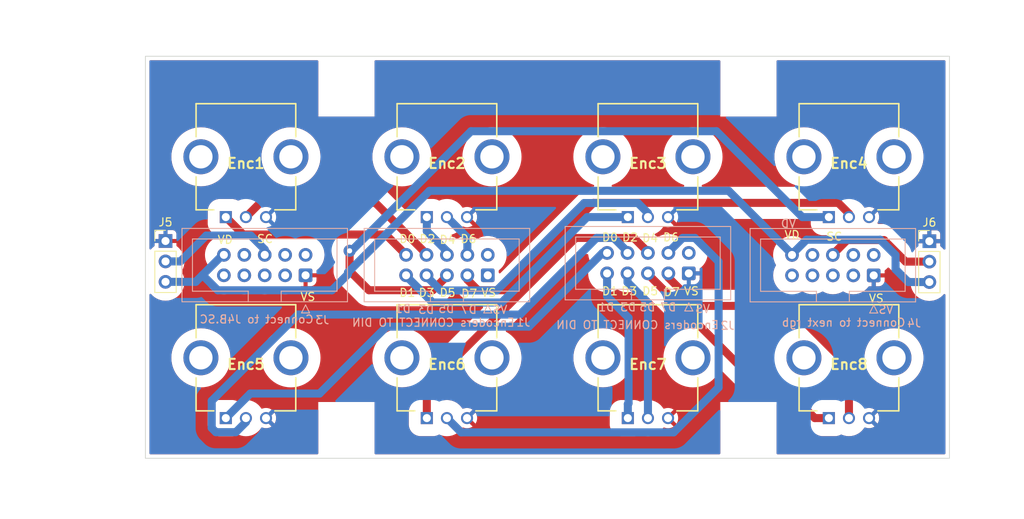
<source format=kicad_pcb>
(kicad_pcb (version 20221018) (generator pcbnew)
  (layers (0 "F.Cu" signal "Dessus.Cu") (31 "B.Cu" signal "Dessous.Cu") (34 "B.Paste" user "Dessous.Pate") (35 "F.Paste" user "Dessus.Pate") (36 "B.SilkS" user "Dessous.SilkS") (37 "F.SilkS" user "Dessus.SilkS") (38 "B.Mask" user "Dessous.Masque") (39 "F.Mask" user "Dessus.Masque") (44 "Edge.Cuts" user "Contours.Ci"))
  (net 0 "")
  (net 1 "GND")
  (net 2 "Net-(J1-D0)")
  (net 3 "Net-(J1-D2)")
  (net 4 "Net-(J1-D4)")
  (net 5 "Net-(J1-D6)")
  (net 6 "Net-(J1-D1)")
  (net 7 "Net-(J1-D3)")
  (net 8 "Net-(J1-D5)")
  (net 9 "Net-(J1-D7)")
  (net 10 "Net-(J2-D0)")
  (net 11 "Net-(J2-D2)")
  (net 12 "Net-(J2-D4)")
  (net 13 "Net-(J2-D6)")
  (net 14 "Net-(J2-D1)")
  (net 15 "Net-(J2-D3)")
  (net 16 "Net-(J2-D5)")
  (net 17 "Net-(J2-D7)")
  (net 23 "Net-(J3-SC)")
  (net 32 "Net-(J4-SC)")
  (net 35 "+5V")
  (footprint "MountingHole:MountingHole_3.2mm_M3" (layer "F.Cu") (at 87 234.55)
    (fp_text reference "H3" hide)
    (fp_text value "MountingHole" hide)
    (pad "" np_thru_hole circle (at 0 0) (size 3.2 3.2) (drill 3.2) (layers "*.Cu" "*.Mask"))
  )
  (footprint "MountingHole:MountingHole_3.2mm_M3" (layer "F.Cu") (at 87 192)
    (fp_text reference "H1" hide)
    (fp_text value "MountingHole" hide)
    (pad "" np_thru_hole circle (at 0 0) (size 3.2 3.2) (drill 3.2) (layers "*.Cu" "*.Mask"))
  )
  (footprint "ksir 2022:EC12E24204A8" (layer "F.Cu") (at 72 233)
    (fp_text reference "Enc5" (at 2.5 -6.675) (layer "F.SilkS") (effects (font (size 1.27 1.27) (thickness 0.254))))
    (fp_text value "RotaryEncoder" hide)
    (fp_line (start -3.7 -14.1) (end 8.7 -14.1) (stroke (width 0.2)) (layer "F.SilkS"))
    (fp_line (start -3.7 -10) (end -3.7 -14.1) (stroke (width 0.2)) (layer "F.SilkS"))
    (fp_line (start -3.7 -5) (end -3.7 -0.9) (stroke (width 0.2)) (layer "F.SilkS"))
    (fp_line (start -3.7 -0.9) (end -1.5 -0.9) (stroke (width 0.2)) (layer "F.SilkS"))
    (fp_line (start 6.1 -0.9) (end 8.7 -0.9) (stroke (width 0.2)) (layer "F.SilkS"))
    (fp_line (start 8.7 -14.1) (end 8.7 -10) (stroke (width 0.2)) (layer "F.SilkS"))
    (fp_line (start 8.7 -0.9) (end 8.7 -5) (stroke (width 0.2)) (layer "F.SilkS"))
    (pad "A" thru_hole rect (at 0 0) (size 1.5 1.5) (drill 1) (layers "*.Cu" "*.Mask") (net 10 "Net-(J2-D0)"))
    (pad "B" thru_hole circle (at 2.5 0) (size 1.5 1.5) (drill 1) (layers "*.Cu" "*.Mask") (net 11 "Net-(J2-D2)"))
    (pad "C" thru_hole circle (at 5 0) (size 1.5 1.5) (drill 1) (layers "*.Cu" "*.Mask") (net 1 "GND"))
    (pad "MH1" thru_hole circle (at -3.1 -7.5) (size 4.35 4.35) (drill 2.9) (layers "*.Cu" "*.Mask"))
    (pad "MH2" thru_hole circle (at 8.1 -7.5) (size 4.35 4.35) (drill 2.9) (layers "*.Cu" "*.Mask"))
  )
  (footprint "ksir 2022:EC12E24204A8" (layer "F.Cu") (at 147 208)
    (fp_text reference "Enc4" (at 2.5 -6.675) (layer "F.SilkS") (effects (font (size 1.27 1.27) (thickness 0.254))))
    (fp_text value "RotaryEncoder" hide)
    (fp_line (start -3.7 -14.1) (end 8.7 -14.1) (stroke (width 0.2)) (layer "F.SilkS"))
    (fp_line (start -3.7 -10) (end -3.7 -14.1) (stroke (width 0.2)) (layer "F.SilkS"))
    (fp_line (start -3.7 -5) (end -3.7 -0.9) (stroke (width 0.2)) (layer "F.SilkS"))
    (fp_line (start -3.7 -0.9) (end -1.5 -0.9) (stroke (width 0.2)) (layer "F.SilkS"))
    (fp_line (start 6.1 -0.9) (end 8.7 -0.9) (stroke (width 0.2)) (layer "F.SilkS"))
    (fp_line (start 8.7 -14.1) (end 8.7 -10) (stroke (width 0.2)) (layer "F.SilkS"))
    (fp_line (start 8.7 -0.9) (end 8.7 -5) (stroke (width 0.2)) (layer "F.SilkS"))
    (pad "A" thru_hole rect (at 0 0) (size 1.5 1.5) (drill 1) (layers "*.Cu" "*.Mask") (net 8 "Net-(J1-D5)"))
    (pad "B" thru_hole circle (at 2.5 0) (size 1.5 1.5) (drill 1) (layers "*.Cu" "*.Mask") (net 9 "Net-(J1-D7)"))
    (pad "C" thru_hole circle (at 5 0) (size 1.5 1.5) (drill 1) (layers "*.Cu" "*.Mask") (net 1 "GND"))
    (pad "MH1" thru_hole circle (at -3.1 -7.5) (size 4.35 4.35) (drill 2.9) (layers "*.Cu" "*.Mask"))
    (pad "MH2" thru_hole circle (at 8.1 -7.5) (size 4.35 4.35) (drill 2.9) (layers "*.Cu" "*.Mask"))
  )
  (footprint "Connector_PinHeader_2.54mm:PinHeader_1x03_P2.54mm_Vertical" (layer "F.Cu") (at 64.5 210.975)
    (fp_text reference "J5" (at 0 -2.33) (layer "F.SilkS"))
    (fp_text value "Conn_01x03")
    (fp_line (start -1.33 -1.33) (end 0 -1.33) (stroke (width 0.12)) (layer "F.SilkS"))
    (fp_line (start -1.33 0) (end -1.33 -1.33) (stroke (width 0.12)) (layer "F.SilkS"))
    (fp_line (start -1.33 1.27) (end -1.33 6.41) (stroke (width 0.12)) (layer "F.SilkS"))
    (fp_line (start -1.33 1.27) (end 1.33 1.27) (stroke (width 0.12)) (layer "F.SilkS"))
    (fp_line (start -1.33 6.41) (end 1.33 6.41) (stroke (width 0.12)) (layer "F.SilkS"))
    (fp_line (start 1.33 1.27) (end 1.33 6.41) (stroke (width 0.12)) (layer "F.SilkS"))
    (pad "1" thru_hole rect (at 0 0) (size 1.7 1.7) (drill 1) (layers "*.Cu" "*.Mask") (net 1 "GND"))
    (pad "2" thru_hole oval (at 0 2.54) (size 1.7 1.7) (drill 1) (layers "*.Cu" "*.Mask") (net 23 "Net-(J3-SC)"))
    (pad "3" thru_hole oval (at 0 5.08) (size 1.7 1.7) (drill 1) (layers "*.Cu" "*.Mask") (net 35 "+5V"))
  )
  (footprint "Connector_PinHeader_2.54mm:PinHeader_1x03_P2.54mm_Vertical" (layer "F.Cu") (at 159.5 211)
    (fp_text reference "J6" (at 0 -2.33) (layer "F.SilkS"))
    (fp_text value "Conn_01x03")
    (fp_line (start -1.33 -1.33) (end 0 -1.33) (stroke (width 0.12)) (layer "F.SilkS"))
    (fp_line (start -1.33 0) (end -1.33 -1.33) (stroke (width 0.12)) (layer "F.SilkS"))
    (fp_line (start -1.33 1.27) (end -1.33 6.41) (stroke (width 0.12)) (layer "F.SilkS"))
    (fp_line (start -1.33 1.27) (end 1.33 1.27) (stroke (width 0.12)) (layer "F.SilkS"))
    (fp_line (start -1.33 6.41) (end 1.33 6.41) (stroke (width 0.12)) (layer "F.SilkS"))
    (fp_line (start 1.33 1.27) (end 1.33 6.41) (stroke (width 0.12)) (layer "F.SilkS"))
    (pad "1" thru_hole rect (at 0 0) (size 1.7 1.7) (drill 1) (layers "*.Cu" "*.Mask") (net 1 "GND"))
    (pad "2" thru_hole oval (at 0 2.54) (size 1.7 1.7) (drill 1) (layers "*.Cu" "*.Mask") (net 32 "Net-(J4-SC)"))
    (pad "3" thru_hole oval (at 0 5.08) (size 1.7 1.7) (drill 1) (layers "*.Cu" "*.Mask") (net 35 "+5V"))
  )
  (footprint "ksir 2022:EC12E24204A8" (layer "F.Cu") (at 72 208)
    (fp_text reference "Enc1" (at 2.5 -6.675) (layer "F.SilkS") (effects (font (size 1.27 1.27) (thickness 0.254))))
    (fp_text value "RotaryEncoder" hide)
    (fp_line (start -3.7 -14.1) (end 8.7 -14.1) (stroke (width 0.2)) (layer "F.SilkS"))
    (fp_line (start -3.7 -10) (end -3.7 -14.1) (stroke (width 0.2)) (layer "F.SilkS"))
    (fp_line (start -3.7 -5) (end -3.7 -0.9) (stroke (width 0.2)) (layer "F.SilkS"))
    (fp_line (start -3.7 -0.9) (end -1.5 -0.9) (stroke (width 0.2)) (layer "F.SilkS"))
    (fp_line (start 6.1 -0.9) (end 8.7 -0.9) (stroke (width 0.2)) (layer "F.SilkS"))
    (fp_line (start 8.7 -14.1) (end 8.7 -10) (stroke (width 0.2)) (layer "F.SilkS"))
    (fp_line (start 8.7 -0.9) (end 8.7 -5) (stroke (width 0.2)) (layer "F.SilkS"))
    (pad "A" thru_hole rect (at 0 0) (size 1.5 1.5) (drill 1) (layers "*.Cu" "*.Mask") (net 2 "Net-(J1-D0)"))
    (pad "B" thru_hole circle (at 2.5 0) (size 1.5 1.5) (drill 1) (layers "*.Cu" "*.Mask") (net 3 "Net-(J1-D2)"))
    (pad "C" thru_hole circle (at 5 0) (size 1.5 1.5) (drill 1) (layers "*.Cu" "*.Mask") (net 1 "GND"))
    (pad "MH1" thru_hole circle (at -3.1 -7.5) (size 4.35 4.35) (drill 2.9) (layers "*.Cu" "*.Mask"))
    (pad "MH2" thru_hole circle (at 8.1 -7.5) (size 4.35 4.35) (drill 2.9) (layers "*.Cu" "*.Mask"))
  )
  (footprint "ksir 2022:EC12E24204A8" (layer "F.Cu") (at 147 233)
    (fp_text reference "Enc8" (at 2.5 -6.675) (layer "F.SilkS") (effects (font (size 1.27 1.27) (thickness 0.254))))
    (fp_text value "RotaryEncoder" hide)
    (fp_line (start -3.7 -14.1) (end 8.7 -14.1) (stroke (width 0.2)) (layer "F.SilkS"))
    (fp_line (start -3.7 -10) (end -3.7 -14.1) (stroke (width 0.2)) (layer "F.SilkS"))
    (fp_line (start -3.7 -5) (end -3.7 -0.9) (stroke (width 0.2)) (layer "F.SilkS"))
    (fp_line (start -3.7 -0.9) (end -1.5 -0.9) (stroke (width 0.2)) (layer "F.SilkS"))
    (fp_line (start 6.1 -0.9) (end 8.7 -0.9) (stroke (width 0.2)) (layer "F.SilkS"))
    (fp_line (start 8.7 -14.1) (end 8.7 -10) (stroke (width 0.2)) (layer "F.SilkS"))
    (fp_line (start 8.7 -0.9) (end 8.7 -5) (stroke (width 0.2)) (layer "F.SilkS"))
    (pad "A" thru_hole rect (at 0 0) (size 1.5 1.5) (drill 1) (layers "*.Cu" "*.Mask") (net 16 "Net-(J2-D5)"))
    (pad "B" thru_hole circle (at 2.5 0) (size 1.5 1.5) (drill 1) (layers "*.Cu" "*.Mask") (net 17 "Net-(J2-D7)"))
    (pad "C" thru_hole circle (at 5 0) (size 1.5 1.5) (drill 1) (layers "*.Cu" "*.Mask") (net 1 "GND"))
    (pad "MH1" thru_hole circle (at -3.1 -7.5) (size 4.35 4.35) (drill 2.9) (layers "*.Cu" "*.Mask"))
    (pad "MH2" thru_hole circle (at 8.1 -7.5) (size 4.35 4.35) (drill 2.9) (layers "*.Cu" "*.Mask"))
  )
  (footprint "MountingHole:MountingHole_3.2mm_M3" (layer "F.Cu") (at 137 234.55)
    (fp_text reference "H4" hide)
    (fp_text value "MountingHole" hide)
    (pad "" np_thru_hole circle (at 0 0) (size 3.2 3.2) (drill 3.2) (layers "*.Cu" "*.Mask"))
  )
  (footprint "ksir 2022:EC12E24204A8" (layer "F.Cu") (at 122 208)
    (fp_text reference "Enc3" (at 2.5 -6.675) (layer "F.SilkS") (effects (font (size 1.27 1.27) (thickness 0.254))))
    (fp_text value "RotaryEncoder" hide)
    (fp_line (start -3.7 -14.1) (end 8.7 -14.1) (stroke (width 0.2)) (layer "F.SilkS"))
    (fp_line (start -3.7 -10) (end -3.7 -14.1) (stroke (width 0.2)) (layer "F.SilkS"))
    (fp_line (start -3.7 -5) (end -3.7 -0.9) (stroke (width 0.2)) (layer "F.SilkS"))
    (fp_line (start -3.7 -0.9) (end -1.5 -0.9) (stroke (width 0.2)) (layer "F.SilkS"))
    (fp_line (start 6.1 -0.9) (end 8.7 -0.9) (stroke (width 0.2)) (layer "F.SilkS"))
    (fp_line (start 8.7 -14.1) (end 8.7 -10) (stroke (width 0.2)) (layer "F.SilkS"))
    (fp_line (start 8.7 -0.9) (end 8.7 -5) (stroke (width 0.2)) (layer "F.SilkS"))
    (pad "A" thru_hole rect (at 0 0) (size 1.5 1.5) (drill 1) (layers "*.Cu" "*.Mask") (net 6 "Net-(J1-D1)"))
    (pad "B" thru_hole circle (at 2.5 0) (size 1.5 1.5) (drill 1) (layers "*.Cu" "*.Mask") (net 7 "Net-(J1-D3)"))
    (pad "C" thru_hole circle (at 5 0) (size 1.5 1.5) (drill 1) (layers "*.Cu" "*.Mask") (net 1 "GND"))
    (pad "MH1" thru_hole circle (at -3.1 -7.5) (size 4.35 4.35) (drill 2.9) (layers "*.Cu" "*.Mask"))
    (pad "MH2" thru_hole circle (at 8.1 -7.5) (size 4.35 4.35) (drill 2.9) (layers "*.Cu" "*.Mask"))
  )
  (footprint "MountingHole:MountingHole_3.2mm_M3" (layer "F.Cu") (at 137 192.05)
    (fp_text reference "H2" hide)
    (fp_text value "MountingHole" hide)
    (pad "" np_thru_hole circle (at 0 0) (size 3.2 3.2) (drill 3.2) (layers "*.Cu" "*.Mask"))
  )
  (footprint "ksir 2022:EC12E24204A8" (layer "F.Cu") (at 97 233)
    (fp_text reference "Enc6" (at 2.5 -6.675) (layer "F.SilkS") (effects (font (size 1.27 1.27) (thickness 0.254))))
    (fp_text value "RotaryEncoder" hide)
    (fp_line (start -3.7 -14.1) (end 8.7 -14.1) (stroke (width 0.2)) (layer "F.SilkS"))
    (fp_line (start -3.7 -10) (end -3.7 -14.1) (stroke (width 0.2)) (layer "F.SilkS"))
    (fp_line (start -3.7 -5) (end -3.7 -0.9) (stroke (width 0.2)) (layer "F.SilkS"))
    (fp_line (start -3.7 -0.9) (end -1.5 -0.9) (stroke (width 0.2)) (layer "F.SilkS"))
    (fp_line (start 6.1 -0.9) (end 8.7 -0.9) (stroke (width 0.2)) (layer "F.SilkS"))
    (fp_line (start 8.7 -14.1) (end 8.7 -10) (stroke (width 0.2)) (layer "F.SilkS"))
    (fp_line (start 8.7 -0.9) (end 8.7 -5) (stroke (width 0.2)) (layer "F.SilkS"))
    (pad "A" thru_hole rect (at 0 0) (size 1.5 1.5) (drill 1) (layers "*.Cu" "*.Mask") (net 12 "Net-(J2-D4)"))
    (pad "B" thru_hole circle (at 2.5 0) (size 1.5 1.5) (drill 1) (layers "*.Cu" "*.Mask") (net 13 "Net-(J2-D6)"))
    (pad "C" thru_hole circle (at 5 0) (size 1.5 1.5) (drill 1) (layers "*.Cu" "*.Mask") (net 1 "GND"))
    (pad "MH1" thru_hole circle (at -3.1 -7.5) (size 4.35 4.35) (drill 2.9) (layers "*.Cu" "*.Mask"))
    (pad "MH2" thru_hole circle (at 8.1 -7.5) (size 4.35 4.35) (drill 2.9) (layers "*.Cu" "*.Mask"))
  )
  (footprint "ksir 2022:EC12E24204A8" (layer "F.Cu") (at 97 208)
    (fp_text reference "Enc2" (at 2.5 -6.675) (layer "F.SilkS") (effects (font (size 1.27 1.27) (thickness 0.254))))
    (fp_text value "RotaryEncoder" hide)
    (fp_line (start -3.7 -14.1) (end 8.7 -14.1) (stroke (width 0.2)) (layer "F.SilkS"))
    (fp_line (start -3.7 -10) (end -3.7 -14.1) (stroke (width 0.2)) (layer "F.SilkS"))
    (fp_line (start -3.7 -5) (end -3.7 -0.9) (stroke (width 0.2)) (layer "F.SilkS"))
    (fp_line (start -3.7 -0.9) (end -1.5 -0.9) (stroke (width 0.2)) (layer "F.SilkS"))
    (fp_line (start 6.1 -0.9) (end 8.7 -0.9) (stroke (width 0.2)) (layer "F.SilkS"))
    (fp_line (start 8.7 -14.1) (end 8.7 -10) (stroke (width 0.2)) (layer "F.SilkS"))
    (fp_line (start 8.7 -0.9) (end 8.7 -5) (stroke (width 0.2)) (layer "F.SilkS"))
    (pad "A" thru_hole rect (at 0 0) (size 1.5 1.5) (drill 1) (layers "*.Cu" "*.Mask") (net 4 "Net-(J1-D4)"))
    (pad "B" thru_hole circle (at 2.5 0) (size 1.5 1.5) (drill 1) (layers "*.Cu" "*.Mask") (net 5 "Net-(J1-D6)"))
    (pad "C" thru_hole circle (at 5 0) (size 1.5 1.5) (drill 1) (layers "*.Cu" "*.Mask") (net 1 "GND"))
    (pad "MH1" thru_hole circle (at -3.1 -7.5) (size 4.35 4.35) (drill 2.9) (layers "*.Cu" "*.Mask"))
    (pad "MH2" thru_hole circle (at 8.1 -7.5) (size 4.35 4.35) (drill 2.9) (layers "*.Cu" "*.Mask"))
  )
  (footprint "ksir 2022:EC12E24204A8" (layer "F.Cu") (at 122 233)
    (fp_text reference "Enc7" (at 2.5 -6.675) (layer "F.SilkS") (effects (font (size 1.27 1.27) (thickness 0.254))))
    (fp_text value "RotaryEncoder" hide)
    (fp_line (start -3.7 -14.1) (end 8.7 -14.1) (stroke (width 0.2)) (layer "F.SilkS"))
    (fp_line (start -3.7 -10) (end -3.7 -14.1) (stroke (width 0.2)) (layer "F.SilkS"))
    (fp_line (start -3.7 -5) (end -3.7 -0.9) (stroke (width 0.2)) (layer "F.SilkS"))
    (fp_line (start -3.7 -0.9) (end -1.5 -0.9) (stroke (width 0.2)) (layer "F.SilkS"))
    (fp_line (start 6.1 -0.9) (end 8.7 -0.9) (stroke (width 0.2)) (layer "F.SilkS"))
    (fp_line (start 8.7 -14.1) (end 8.7 -10) (stroke (width 0.2)) (layer "F.SilkS"))
    (fp_line (start 8.7 -0.9) (end 8.7 -5) (stroke (width 0.2)) (layer "F.SilkS"))
    (pad "A" thru_hole rect (at 0 0) (size 1.5 1.5) (drill 1) (layers "*.Cu" "*.Mask") (net 14 "Net-(J2-D1)"))
    (pad "B" thru_hole circle (at 2.5 0) (size 1.5 1.5) (drill 1) (layers "*.Cu" "*.Mask") (net 15 "Net-(J2-D3)"))
    (pad "C" thru_hole circle (at 5 0) (size 1.5 1.5) (drill 1) (layers "*.Cu" "*.Mask") (net 1 "GND"))
    (pad "MH1" thru_hole circle (at -3.1 -7.5) (size 4.35 4.35) (drill 2.9) (layers "*.Cu" "*.Mask"))
    (pad "MH2" thru_hole circle (at 8.1 -7.5) (size 4.35 4.35) (drill 2.9) (layers "*.Cu" "*.Mask"))
  )
  (footprint "Connector_IDC:IDC-Header_2x05_P2.54mm_Vertical" (layer "B.Cu") (at 152.58 215.2525 90)
    (fp_text reference "J4" (at -5.9475 5.02 180) (layer "B.SilkS") (effects (justify mirror)))
    (fp_text value "IDC-Header_2x05_P2.54mm_Vertical")
    (fp_line (start -4.68 -0.5) (end -3.68 0) (stroke (width 0.12)) (layer "B.SilkS"))
    (fp_line (start -4.68 0.5) (end -4.68 -0.5) (stroke (width 0.12)) (layer "B.SilkS"))
    (fp_line (start -3.68 0) (end -4.68 0.5) (stroke (width 0.12)) (layer "B.SilkS"))
    (fp_line (start -3.29 -15.37) (end -3.29 5.21) (stroke (width 0.12)) (layer "B.SilkS"))
    (fp_line (start -3.29 -3.03) (end -1.98 -3.03) (stroke (width 0.12)) (layer "B.SilkS"))
    (fp_line (start -3.29 5.21) (end 5.83 5.21) (stroke (width 0.12)) (layer "B.SilkS"))
    (fp_line (start -1.98 -14.07) (end -1.98 -7.13) (stroke (width 0.12)) (layer "B.SilkS"))
    (fp_line (start -1.98 -7.13) (end -3.29 -7.13) (stroke (width 0.12)) (layer "B.SilkS"))
    (fp_line (start -1.98 -7.13) (end -1.98 -7.13) (stroke (width 0.12)) (layer "B.SilkS"))
    (fp_line (start -1.98 -3.03) (end -1.98 3.91) (stroke (width 0.12)) (layer "B.SilkS"))
    (fp_line (start -1.98 3.91) (end 4.52 3.91) (stroke (width 0.12)) (layer "B.SilkS"))
    (fp_line (start 4.52 -14.07) (end -1.98 -14.07) (stroke (width 0.12)) (layer "B.SilkS"))
    (fp_line (start 4.52 3.91) (end 4.52 -14.07) (stroke (width 0.12)) (layer "B.SilkS"))
    (fp_line (start 5.83 -15.37) (end -3.29 -15.37) (stroke (width 0.12)) (layer "B.SilkS"))
    (fp_line (start 5.83 5.21) (end 5.83 -15.37) (stroke (width 0.12)) (layer "B.SilkS"))
    (pad "1" thru_hole roundrect (at 0 0 90) (size 1.7 1.7) (drill 1) (layers "*.Cu" "*.Mask") (roundrect_rratio 0.147059) (net 1 "GND"))
    (pad "2" thru_hole circle (at 2.54 0 90) (size 1.7 1.7) (drill 1) (layers "*.Cu" "*.Mask"))
    (pad "3" thru_hole circle (at 0 -2.54 90) (size 1.7 1.7) (drill 1) (layers "*.Cu" "*.Mask"))
    (pad "4" thru_hole circle (at 2.54 -2.54 90) (size 1.7 1.7) (drill 1) (layers "*.Cu" "*.Mask"))
    (pad "5" thru_hole circle (at 0 -5.08 90) (size 1.7 1.7) (drill 1) (layers "*.Cu" "*.Mask"))
    (pad "6" thru_hole circle (at 2.54 -5.08 90) (size 1.7 1.7) (drill 1) (layers "*.Cu" "*.Mask") (net 32 "Net-(J4-SC)"))
    (pad "7" thru_hole circle (at 0 -7.62 90) (size 1.7 1.7) (drill 1) (layers "*.Cu" "*.Mask"))
    (pad "8" thru_hole circle (at 2.54 -7.62 90) (size 1.7 1.7) (drill 1) (layers "*.Cu" "*.Mask"))
    (pad "9" thru_hole circle (at 0 -10.16 90) (size 1.7 1.7) (drill 1) (layers "*.Cu" "*.Mask"))
    (pad "10" thru_hole circle (at 2.54 -10.16 90) (size 1.7 1.7) (drill 1) (layers "*.Cu" "*.Mask") (net 35 "+5V"))
  )
  (footprint "Connector_IDC:IDC-Header_2x05_P2.54mm_Vertical" (layer "B.Cu") (at 129.58 215 90)
    (fp_text reference "J2" (at -6.5 4.82 180) (layer "B.SilkS") (effects (justify mirror)))
    (fp_text value "IDC-Header_2x05_P2.54mm_Vertical")
    (fp_line (start -4.68 -0.5) (end -3.68 0) (stroke (width 0.12)) (layer "B.SilkS"))
    (fp_line (start -4.68 0.5) (end -4.68 -0.5) (stroke (width 0.12)) (layer "B.SilkS"))
    (fp_line (start -3.68 0) (end -4.68 0.5) (stroke (width 0.12)) (layer "B.SilkS"))
    (fp_line (start -3.29 -15.37) (end -3.29 5.21) (stroke (width 0.12)) (layer "B.SilkS"))
    (fp_line (start -3.29 -3.03) (end -1.98 -3.03) (stroke (width 0.12)) (layer "B.SilkS"))
    (fp_line (start -3.29 5.21) (end 5.83 5.21) (stroke (width 0.12)) (layer "B.SilkS"))
    (fp_line (start -1.98 -14.07) (end -1.98 -7.13) (stroke (width 0.12)) (layer "B.SilkS"))
    (fp_line (start -1.98 -7.13) (end -3.29 -7.13) (stroke (width 0.12)) (layer "B.SilkS"))
    (fp_line (start -1.98 -7.13) (end -1.98 -7.13) (stroke (width 0.12)) (layer "B.SilkS"))
    (fp_line (start -1.98 -3.03) (end -1.98 3.91) (stroke (width 0.12)) (layer "B.SilkS"))
    (fp_line (start -1.98 3.91) (end 4.52 3.91) (stroke (width 0.12)) (layer "B.SilkS"))
    (fp_line (start 4.52 -14.07) (end -1.98 -14.07) (stroke (width 0.12)) (layer "B.SilkS"))
    (fp_line (start 4.52 3.91) (end 4.52 -14.07) (stroke (width 0.12)) (layer "B.SilkS"))
    (fp_line (start 5.83 -15.37) (end -3.29 -15.37) (stroke (width 0.12)) (layer "B.SilkS"))
    (fp_line (start 5.83 5.21) (end 5.83 -15.37) (stroke (width 0.12)) (layer "B.SilkS"))
    (pad "1" thru_hole roundrect (at 0 0 90) (size 1.7 1.7) (drill 1) (layers "*.Cu" "*.Mask") (roundrect_rratio 0.147059) (net 1 "GND"))
    (pad "2" thru_hole circle (at 2.54 0 90) (size 1.7 1.7) (drill 1) (layers "*.Cu" "*.Mask"))
    (pad "3" thru_hole circle (at 0 -2.54 90) (size 1.7 1.7) (drill 1) (layers "*.Cu" "*.Mask") (net 17 "Net-(J2-D7)"))
    (pad "4" thru_hole circle (at 2.54 -2.54 90) (size 1.7 1.7) (drill 1) (layers "*.Cu" "*.Mask") (net 13 "Net-(J2-D6)"))
    (pad "5" thru_hole circle (at 0 -5.08 90) (size 1.7 1.7) (drill 1) (layers "*.Cu" "*.Mask") (net 16 "Net-(J2-D5)"))
    (pad "6" thru_hole circle (at 2.54 -5.08 90) (size 1.7 1.7) (drill 1) (layers "*.Cu" "*.Mask") (net 12 "Net-(J2-D4)"))
    (pad "7" thru_hole circle (at 0 -7.62 90) (size 1.7 1.7) (drill 1) (layers "*.Cu" "*.Mask") (net 15 "Net-(J2-D3)"))
    (pad "8" thru_hole circle (at 2.54 -7.62 90) (size 1.7 1.7) (drill 1) (layers "*.Cu" "*.Mask") (net 11 "Net-(J2-D2)"))
    (pad "9" thru_hole circle (at 0 -10.16 90) (size 1.7 1.7) (drill 1) (layers "*.Cu" "*.Mask") (net 14 "Net-(J2-D1)"))
    (pad "10" thru_hole circle (at 2.54 -10.16 90) (size 1.7 1.7) (drill 1) (layers "*.Cu" "*.Mask") (net 10 "Net-(J2-D0)"))
  )
  (footprint "Connector_IDC:IDC-Header_2x05_P2.54mm_Vertical" (layer "B.Cu") (at 104.58 215.24 90)
    (fp_text reference "J1" (at -5.86 4.42 180) (layer "B.SilkS") (effects (justify mirror)))
    (fp_text value "IDC-Header_2x05_P2.54mm_Vertical")
    (fp_line (start -4.68 -0.5) (end -3.68 0) (stroke (width 0.12)) (layer "B.SilkS"))
    (fp_line (start -4.68 0.5) (end -4.68 -0.5) (stroke (width 0.12)) (layer "B.SilkS"))
    (fp_line (start -3.68 0) (end -4.68 0.5) (stroke (width 0.12)) (layer "B.SilkS"))
    (fp_line (start -3.29 -15.37) (end -3.29 5.21) (stroke (width 0.12)) (layer "B.SilkS"))
    (fp_line (start -3.29 -3.03) (end -1.98 -3.03) (stroke (width 0.12)) (layer "B.SilkS"))
    (fp_line (start -3.29 5.21) (end 5.83 5.21) (stroke (width 0.12)) (layer "B.SilkS"))
    (fp_line (start -1.98 -14.07) (end -1.98 -7.13) (stroke (width 0.12)) (layer "B.SilkS"))
    (fp_line (start -1.98 -7.13) (end -3.29 -7.13) (stroke (width 0.12)) (layer "B.SilkS"))
    (fp_line (start -1.98 -7.13) (end -1.98 -7.13) (stroke (width 0.12)) (layer "B.SilkS"))
    (fp_line (start -1.98 -3.03) (end -1.98 3.91) (stroke (width 0.12)) (layer "B.SilkS"))
    (fp_line (start -1.98 3.91) (end 4.52 3.91) (stroke (width 0.12)) (layer "B.SilkS"))
    (fp_line (start 4.52 -14.07) (end -1.98 -14.07) (stroke (width 0.12)) (layer "B.SilkS"))
    (fp_line (start 4.52 3.91) (end 4.52 -14.07) (stroke (width 0.12)) (layer "B.SilkS"))
    (fp_line (start 5.83 -15.37) (end -3.29 -15.37) (stroke (width 0.12)) (layer "B.SilkS"))
    (fp_line (start 5.83 5.21) (end 5.83 -15.37) (stroke (width 0.12)) (layer "B.SilkS"))
    (pad "1" thru_hole roundrect (at 0 0 90) (size 1.7 1.7) (drill 1) (layers "*.Cu" "*.Mask") (roundrect_rratio 0.147059) (net 1 "GND"))
    (pad "2" thru_hole circle (at 2.54 0 90) (size 1.7 1.7) (drill 1) (layers "*.Cu" "*.Mask"))
    (pad "3" thru_hole circle (at 0 -2.54 90) (size 1.7 1.7) (drill 1) (layers "*.Cu" "*.Mask") (net 9 "Net-(J1-D7)"))
    (pad "4" thru_hole circle (at 2.54 -2.54 90) (size 1.7 1.7) (drill 1) (layers "*.Cu" "*.Mask") (net 5 "Net-(J1-D6)"))
    (pad "5" thru_hole circle (at 0 -5.08 90) (size 1.7 1.7) (drill 1) (layers "*.Cu" "*.Mask") (net 8 "Net-(J1-D5)"))
    (pad "6" thru_hole circle (at 2.54 -5.08 90) (size 1.7 1.7) (drill 1) (layers "*.Cu" "*.Mask") (net 4 "Net-(J1-D4)"))
    (pad "7" thru_hole circle (at 0 -7.62 90) (size 1.7 1.7) (drill 1) (layers "*.Cu" "*.Mask") (net 7 "Net-(J1-D3)"))
    (pad "8" thru_hole circle (at 2.54 -7.62 90) (size 1.7 1.7) (drill 1) (layers "*.Cu" "*.Mask") (net 3 "Net-(J1-D2)"))
    (pad "9" thru_hole circle (at 0 -10.16 90) (size 1.7 1.7) (drill 1) (layers "*.Cu" "*.Mask") (net 6 "Net-(J1-D1)"))
    (pad "10" thru_hole circle (at 2.54 -10.16 90) (size 1.7 1.7) (drill 1) (layers "*.Cu" "*.Mask") (net 2 "Net-(J1-D0)"))
  )
  (footprint "Connector_IDC:IDC-Header_2x05_P2.54mm_Vertical" (layer "B.Cu") (at 81.92 215.24 90)
    (fp_text reference "J3" (at -5.56 2.08 180) (layer "B.SilkS") (effects (justify mirror)))
    (fp_text value "IDC-Header_2x05_P2.54mm_Vertical")
    (fp_line (start -4.68 -0.5) (end -3.68 0) (stroke (width 0.12)) (layer "B.SilkS"))
    (fp_line (start -4.68 0.5) (end -4.68 -0.5) (stroke (width 0.12)) (layer "B.SilkS"))
    (fp_line (start -3.68 0) (end -4.68 0.5) (stroke (width 0.12)) (layer "B.SilkS"))
    (fp_line (start -3.29 -15.37) (end -3.29 5.21) (stroke (width 0.12)) (layer "B.SilkS"))
    (fp_line (start -3.29 -3.03) (end -1.98 -3.03) (stroke (width 0.12)) (layer "B.SilkS"))
    (fp_line (start -3.29 5.21) (end 5.83 5.21) (stroke (width 0.12)) (layer "B.SilkS"))
    (fp_line (start -1.98 -14.07) (end -1.98 -7.13) (stroke (width 0.12)) (layer "B.SilkS"))
    (fp_line (start -1.98 -7.13) (end -3.29 -7.13) (stroke (width 0.12)) (layer "B.SilkS"))
    (fp_line (start -1.98 -7.13) (end -1.98 -7.13) (stroke (width 0.12)) (layer "B.SilkS"))
    (fp_line (start -1.98 -3.03) (end -1.98 3.91) (stroke (width 0.12)) (layer "B.SilkS"))
    (fp_line (start -1.98 3.91) (end 4.52 3.91) (stroke (width 0.12)) (layer "B.SilkS"))
    (fp_line (start 4.52 -14.07) (end -1.98 -14.07) (stroke (width 0.12)) (layer "B.SilkS"))
    (fp_line (start 4.52 3.91) (end 4.52 -14.07) (stroke (width 0.12)) (layer "B.SilkS"))
    (fp_line (start 5.83 -15.37) (end -3.29 -15.37) (stroke (width 0.12)) (layer "B.SilkS"))
    (fp_line (start 5.83 5.21) (end 5.83 -15.37) (stroke (width 0.12)) (layer "B.SilkS"))
    (pad "1" thru_hole roundrect (at 0 0 90) (size 1.7 1.7) (drill 1) (layers "*.Cu" "*.Mask") (roundrect_rratio 0.147059) (net 1 "GND"))
    (pad "2" thru_hole circle (at 2.54 0 90) (size 1.7 1.7) (drill 1) (layers "*.Cu" "*.Mask"))
    (pad "3" thru_hole circle (at 0 -2.54 90) (size 1.7 1.7) (drill 1) (layers "*.Cu" "*.Mask"))
    (pad "4" thru_hole circle (at 2.54 -2.54 90) (size 1.7 1.7) (drill 1) (layers "*.Cu" "*.Mask"))
    (pad "5" thru_hole circle (at 0 -5.08 90) (size 1.7 1.7) (drill 1) (layers "*.Cu" "*.Mask"))
    (pad "6" thru_hole circle (at 2.54 -5.08 90) (size 1.7 1.7) (drill 1) (layers "*.Cu" "*.Mask") (net 23 "Net-(J3-SC)"))
    (pad "7" thru_hole circle (at 0 -7.62 90) (size 1.7 1.7) (drill 1) (layers "*.Cu" "*.Mask"))
    (pad "8" thru_hole circle (at 2.54 -7.62 90) (size 1.7 1.7) (drill 1) (layers "*.Cu" "*.Mask"))
    (pad "9" thru_hole circle (at 0 -10.16 90) (size 1.7 1.7) (drill 1) (layers "*.Cu" "*.Mask"))
    (pad "10" thru_hole circle (at 2.54 -10.16 90) (size 1.7 1.7) (drill 1) (layers "*.Cu" "*.Mask") (net 35 "+5V"))
  )
  (gr_poly (pts (xy 162 238) (xy 62 238) (xy 62 188) (xy 162 188)) (stroke (width 0.1)) (fill none) (layer "Edge.Cuts"))
  (gr_text "VS" (at 132.3 220) (layer "B.SilkS") (effects (font (size 1 1)) (justify left bottom mirror)))
  (gr_text "D7" (at 128.1 219.8) (layer "B.SilkS") (effects (font (size 1 1)) (justify left bottom mirror)))
  (gr_text "VS" (at 107.1 220.1) (layer "B.SilkS") (effects (font (size 1 1)) (justify left bottom mirror)))
  (gr_text "D5" (at 100.5 220) (layer "B.SilkS") (effects (font (size 1 1)) (justify left bottom mirror)))
  (gr_text "D5" (at 125.5 219.8) (layer "B.SilkS") (effects (font (size 1 1)) (justify left bottom mirror)))
  (gr_text "D1" (at 95.1 220) (layer "B.SilkS") (effects (font (size 1 1)) (justify left bottom mirror)))
  (gr_text "Encoders CONNECT TO DIN" (at 108 221.7) (layer "B.SilkS") (effects (font (size 1 1)) (justify left bottom mirror)))
  (gr_text "Connect to next rgb" (at 156.6 221.7) (layer "B.SilkS") (effects (font (size 1 1)) (justify left bottom mirror)))
  (gr_text "D1" (at 120.4 219.8) (layer "B.SilkS") (effects (font (size 1 1)) (justify left bottom mirror)))
  (gr_text "VS" (at 155.1 220.1) (layer "B.SilkS") (effects (font (size 1 1)) (justify left bottom mirror)))
  (gr_text "D7" (at 103.3 220.1) (layer "B.SilkS") (effects (font (size 1 1)) (justify left bottom mirror)))
  (gr_text "Encoders CONNECT TO DIN" (at 133.4 222) (layer "B.SilkS") (effects (font (size 1 1)) (justify left bottom mirror)))
  (gr_text "D3" (at 123.1 219.8) (layer "B.SilkS") (effects (font (size 1 1)) (justify left bottom mirror)))
  (gr_text "VD" (at 143 209.4) (layer "B.SilkS") (effects (font (size 1 1)) (justify left bottom mirror)))
  (gr_text "D3" (at 98 220.1) (layer "B.SilkS") (effects (font (size 1 1)) (justify left bottom mirror)))
  (gr_text "Connect to J4B.SC" (at 83 221.3) (layer "B.SilkS") (effects (font (size 1 1)) (justify left bottom mirror)))
  (gr_text "D5" (at 98.5 218) (layer "F.SilkS") (effects (font (size 1 1)) (justify left bottom)))
  (gr_text "D7" (at 126.4 217.9) (layer "F.SilkS") (effects (font (size 1 1)) (justify left bottom)))
  (gr_text "D0" (at 93.5 211.3) (layer "F.SilkS") (effects (font (size 1 1)) (justify left bottom)))
  (gr_text "VD" (at 70.9 211.4) (layer "F.SilkS") (effects (font (size 1 1)) (justify left bottom)))
  (gr_text "D4" (at 98.5 211.4) (layer "F.SilkS") (effects (font (size 1 1)) (justify left bottom)))
  (gr_text "SC" (at 75.8 211.3) (layer "F.SilkS") (effects (font (size 1 1)) (justify left bottom)))
  (gr_text "D1" (at 93.5 218) (layer "F.SilkS") (effects (font (size 1 1)) (justify left bottom)))
  (gr_text "D3" (at 121.1 217.8) (layer "F.SilkS") (effects (font (size 1 1)) (justify left bottom)))
  (gr_text "D2" (at 96 211.3) (layer "F.SilkS") (effects (font (size 1 1)) (justify left bottom)))
  (gr_text "D4" (at 123.7 211.2) (layer "F.SilkS") (effects (font (size 1 1)) (justify left bottom)))
  (gr_text "SC" (at 146.6 211) (layer "F.SilkS") (effects (font (size 1 1)) (justify left bottom)))
  (gr_text "D6" (at 101.1 211.3) (layer "F.SilkS") (effects (font (size 1 1)) (justify left bottom)))
  (gr_text "D2" (at 121.2 211.1) (layer "F.SilkS") (effects (font (size 1 1)) (justify left bottom)))
  (gr_text "VS" (at 103.7 218) (layer "F.SilkS") (effects (font (size 1 1)) (justify left bottom)))
  (gr_text "D0" (at 118.7 211.1) (layer "F.SilkS") (effects (font (size 1 1)) (justify left bottom)))
  (gr_text "VS" (at 151.9 218.7) (layer "F.SilkS") (effects (font (size 1 1)) (justify left bottom)))
  (gr_text "VS" (at 128.9 217.8) (layer "F.SilkS") (effects (font (size 1 1)) (justify left bottom)))
  (gr_text "D3" (at 95.9 218) (layer "F.SilkS") (effects (font (size 1 1)) (justify left bottom)))
  (gr_text "D6" (at 126.3 211.1) (layer "F.SilkS") (effects (font (size 1 1)) (justify left bottom)))
  (gr_text "VD" (at 141.4 210.8) (layer "F.SilkS") (effects (font (size 1 1)) (justify left bottom)))
  (gr_text "VS" (at 81.2 218.5) (layer "F.SilkS") (effects (font (size 1 1)) (justify left bottom)))
  (gr_text "D1" (at 118.7 217.8) (layer "F.SilkS") (effects (font (size 1 1)) (justify left bottom)))
  (gr_text "D5" (at 123.7 217.8) (layer "F.SilkS") (effects (font (size 1 1)) (justify left bottom)))
  (gr_text "D7" (at 101.2 218.1) (layer "F.SilkS") (effects (font (size 1 1)) (justify left bottom)))
  (segment (start 94.42 212.7) (end 91.8877 210.1677) (width 1) (layer "F.Cu") (net 2))
  (segment (start 91.8877 210.1677) (end 74.1677 210.1677) (width 1) (layer "F.Cu") (net 2))
  (segment (start 74.1677 210.1677) (end 72 208) (width 1) (layer "F.Cu") (net 2))
  (segment (start 76.28 206.22) (end 74.5 208) (width 1) (layer "F.Cu") (net 3))
  (segment (start 90.5941 206.22) (end 76.28 206.22) (width 1) (layer "F.Cu") (net 3))
  (segment (start 96.96 212.5859) (end 90.5941 206.22) (width 1) (layer "F.Cu") (net 3))
  (segment (start 96.96 212.7) (end 96.96 212.5859) (width 1) (layer "F.Cu") (net 3))
  (segment (start 99.5 212.2501) (end 97 209.7501) (width 1) (layer "B.Cu") (net 4))
  (segment (start 99.5 212.7) (end 99.5 212.2501) (width 1) (layer "B.Cu") (net 4))
  (segment (start 97 208) (end 97 209.7501) (width 1) (layer "B.Cu") (net 4))
  (segment (start 102.04 212.7) (end 102.04 210.54) (width 1) (layer "B.Cu") (net 5))
  (segment (start 102.04 210.54) (end 99.5 208) (width 1) (layer "B.Cu") (net 5))
  (segment (start 94.42 215.24) (end 94.42 215.3212) (width 1) (layer "B.Cu") (net 6))
  (segment (start 106.3193 218.6257) (end 116.945 208) (width 1) (layer "B.Cu") (net 6))
  (segment (start 94.42 215.3212) (end 97.7245 218.6257) (width 1) (layer "B.Cu") (net 6))
  (segment (start 97.7245 218.6257) (end 106.3193 218.6257) (width 1) (layer "B.Cu") (net 6))
  (segment (start 116.945 208) (end 122 208) (width 1) (layer "B.Cu") (net 6))
  (segment (start 96.96 215.3649) (end 98.7206 217.1255) (width 1) (layer "B.Cu") (net 7))
  (segment (start 116.5735 206.2498) (end 123.25 206.2498) (width 1) (layer "B.Cu") (net 7))
  (segment (start 98.7206 217.1255) (end 105.6978 217.1255) (width 1) (layer "B.Cu") (net 7))
  (segment (start 123.25 206.2498) (end 124.5 207.4998) (width 1) (layer "B.Cu") (net 7))
  (segment (start 96.96 215.24) (end 96.96 215.3649) (width 1) (layer "B.Cu") (net 7))
  (segment (start 124.5 207.4998) (end 124.5 208) (width 1) (layer "B.Cu") (net 7))
  (segment (start 105.6978 217.1255) (end 116.5735 206.2498) (width 1) (layer "B.Cu") (net 7))
  (segment (start 87.396516 212.196516) (end 87.396516 214.696516) (width 1) (layer "F.Cu") (net 8))
  (segment (start 99.5 215.344) (end 99.5 215.24) (width 1) (layer "F.Cu") (net 8))
  (segment (start 97.748 217.096) (end 99.5 215.344) (width 1) (layer "F.Cu") (net 8))
  (segment (start 87.396516 214.696516) (end 89.796 217.096) (width 1) (layer "F.Cu") (net 8))
  (segment (start 89.796 217.096) (end 97.748 217.096) (width 1) (layer "F.Cu") (net 8))
  (via (at 87.396516 212.196516) (size 1.5) (drill 0.635) (layers "F.Cu" "B.Cu") (net 8))
  (segment (start 143.7 208) (end 147 208) (width 1) (layer "B.Cu") (net 8))
  (segment (start 87.626284 212.196516) (end 102.5024 197.3204) (width 1) (layer "B.Cu") (net 8))
  (segment (start 87.396516 212.196516) (end 87.626284 212.196516) (width 1) (layer "B.Cu") (net 8))
  (segment (start 102.5024 197.3204) (end 133.0204 197.3204) (width 1) (layer "B.Cu") (net 8))
  (segment (start 133.0204 197.3204) (end 143.7 208) (width 1) (layer "B.Cu") (net 8))
  (segment (start 117.7133 206.2358) (end 106.8471 217.102) (width 1) (layer "F.Cu") (net 9))
  (segment (start 148.1733 206.2358) (end 117.7133 206.2358) (width 1) (layer "F.Cu") (net 9))
  (segment (start 149.5 208) (end 149.5 207.5625) (width 1) (layer "F.Cu") (net 9))
  (segment (start 102.04 215.7818) (end 102.04 215.24) (width 1) (layer "F.Cu") (net 9))
  (segment (start 106.8471 217.102) (end 103.3602 217.102) (width 1) (layer "F.Cu") (net 9))
  (segment (start 103.3602 217.102) (end 102.04 215.7818) (width 1) (layer "F.Cu") (net 9))
  (segment (start 149.5 207.5625) (end 148.1733 206.2358) (width 1) (layer "F.Cu") (net 9))
  (segment (start 72 233) (end 75.0518 229.9482) (width 1) (layer "B.Cu") (net 10))
  (segment (start 118.8492 212.46) (end 119.42 212.46) (width 1) (layer "B.Cu") (net 10))
  (segment (start 109.6833 221.6259) (end 118.8492 212.46) (width 1) (layer "B.Cu") (net 10))
  (segment (start 91.979 221.6259) (end 109.6833 221.6259) (width 1) (layer "B.Cu") (net 10))
  (segment (start 83.6567 229.9482) (end 91.979 221.6259) (width 1) (layer "B.Cu") (net 10))
  (segment (start 75.0518 229.9482) (end 83.6567 229.9482) (width 1) (layer "B.Cu") (net 10))
  (segment (start 80.9745 220.1258) (end 108.576 220.1258) (width 1) (layer "B.Cu") (net 11))
  (segment (start 121.96 212.3089) (end 121.96 212.46) (width 1) (layer "B.Cu") (net 11))
  (segment (start 70.2498 234.2346) (end 70.2498 230.8505) (width 1) (layer "B.Cu") (net 11))
  (segment (start 70.7654 234.7502) (end 70.2498 234.2346) (width 1) (layer "B.Cu") (net 11))
  (segment (start 108.576 220.1258) (end 118.1101 210.5917) (width 1) (layer "B.Cu") (net 11))
  (segment (start 70.2498 230.8505) (end 80.9745 220.1258) (width 1) (layer "B.Cu") (net 11))
  (segment (start 118.1101 210.5917) (end 120.2428 210.5917) (width 1) (layer "B.Cu") (net 11))
  (segment (start 120.2428 210.5917) (end 121.96 212.3089) (width 1) (layer "B.Cu") (net 11))
  (segment (start 73.25 234.7502) (end 70.7654 234.7502) (width 1) (layer "B.Cu") (net 11))
  (segment (start 74.5 233) (end 74.5 233.5002) (width 1) (layer "B.Cu") (net 11))
  (segment (start 74.5 233.5002) (end 73.25 234.7502) (width 1) (layer "B.Cu") (net 11))
  (segment (start 122.7513 210.5957) (end 115.5139 210.5957) (width 1) (layer "F.Cu") (net 12))
  (segment (start 124.5 212.46) (end 124.5 212.3444) (width 1) (layer "F.Cu") (net 12))
  (segment (start 97 229.1096) (end 97 233) (width 1) (layer "F.Cu") (net 12))
  (segment (start 115.5139 210.5957) (end 97 229.1096) (width 1) (layer "F.Cu") (net 12))
  (segment (start 124.5 212.3444) (end 122.7513 210.5957) (width 1) (layer "F.Cu") (net 12))
  (segment (start 128.8223 210.5916) (end 130.3415 210.5916) (width 1) (layer "B.Cu") (net 13))
  (segment (start 127.04 212.3739) (end 128.8223 210.5916) (width 1) (layer "B.Cu") (net 13))
  (segment (start 130.3415 210.5916) (end 133.2918 213.5419) (width 1) (layer "B.Cu") (net 13))
  (segment (start 127.04 212.46) (end 127.04 212.3739) (width 1) (layer "B.Cu") (net 13))
  (segment (start 133.2918 213.5419) (end 133.2918 229.1834) (width 1) (layer "B.Cu") (net 13))
  (segment (start 133.2918 229.1834) (end 127.7033 234.7719) (width 1) (layer "B.Cu") (net 13))
  (segment (start 101.2719 234.7719) (end 99.5 233) (width 1) (layer "B.Cu") (net 13))
  (segment (start 127.7033 234.7719) (end 101.2719 234.7719) (width 1) (layer "B.Cu") (net 13))
  (segment (start 122.0937 220.5321) (end 122.0937 231.1562) (width 1) (layer "B.Cu") (net 14))
  (segment (start 119.42 217.8584) (end 122.0937 220.5321) (width 1) (layer "B.Cu") (net 14))
  (segment (start 122.0937 231.1562) (end 122 231.2499) (width 1) (layer "B.Cu") (net 14))
  (segment (start 122 233) (end 122 231.2499) (width 1) (layer "B.Cu") (net 14))
  (segment (start 119.42 215) (end 119.42 217.8584) (width 1) (layer "B.Cu") (net 14))
  (segment (start 121.96 215) (end 121.96 216.1061) (width 1) (layer "B.Cu") (net 15))
  (segment (start 124.5 218.6461) (end 124.5 233) (width 1) (layer "B.Cu") (net 15))
  (segment (start 121.96 216.1061) (end 124.5 218.6461) (width 1) (layer "B.Cu") (net 15))
  (segment (start 140.9251 228.6752) (end 145.2499 233) (width 1) (layer "F.Cu") (net 16))
  (segment (start 124.5 215) (end 124.5 215.1024) (width 1) (layer "F.Cu") (net 16))
  (segment (start 138.0728 228.6752) (end 140.9251 228.6752) (width 1) (layer "F.Cu") (net 16))
  (segment (start 147 233) (end 145.2499 233) (width 1) (layer "F.Cu") (net 16))
  (segment (start 124.5 215.1024) (end 138.0728 228.6752) (width 1) (layer "F.Cu") (net 16))
  (segment (start 141.9768 219.0437) (end 149.5 226.5669) (width 1) (layer "F.Cu") (net 17))
  (segment (start 149.5 226.5669) (end 149.5 233) (width 1) (layer "F.Cu") (net 17))
  (segment (start 127.04 215) (end 127.04 215.5208) (width 1) (layer "F.Cu") (net 17))
  (segment (start 130.5629 219.0437) (end 141.9768 219.0437) (width 1) (layer "F.Cu") (net 17))
  (segment (start 127.04 215.5208) (end 130.5629 219.0437) (width 1) (layer "F.Cu") (net 17))
  (segment (start 75.1071 210.3) (end 69.5651 210.3) (width 1) (layer "B.Cu") (net 23))
  (segment (start 76.84 212.7) (end 76.84 212.0329) (width 1) (layer "B.Cu") (net 23))
  (segment (start 69.5651 210.3) (end 66.3501 213.515) (width 1) (layer "B.Cu") (net 23))
  (segment (start 66.3501 213.515) (end 64.5 213.515) (width 1) (layer "B.Cu") (net 23))
  (segment (start 76.84 212.0329) (end 75.1071 210.3) (width 1) (layer "B.Cu") (net 23))
  (segment (start 147.5 212.7125) (end 147.5 212.636) (width 1) (layer "F.Cu") (net 32))
  (segment (start 149.2737 210.8623) (end 153.8667 210.8623) (width 1) (layer "F.Cu") (net 32))
  (segment (start 147.5 212.636) (end 149.2737 210.8623) (width 1) (layer "F.Cu") (net 32))
  (segment (start 153.8667 210.8623) (end 156.5444 213.54) (width 1) (layer "F.Cu") (net 32))
  (segment (start 156.5444 213.54) (end 159.5 213.54) (width 1) (layer "F.Cu") (net 32))
  (segment (start 155.3 212.7337) (end 155.3 214.5) (width 1) (layer "B.Cu") (net 35))
  (segment (start 155.3 214.5) (end 156.88 216.08) (width 1) (layer "B.Cu") (net 35))
  (segment (start 69.1045 215.2078) (end 71.6123 212.7) (width 1) (layer "B.Cu") (net 35))
  (segment (start 87.1915 214.8757) (end 97.3316 204.7356) (width 1) (layer "B.Cu") (net 35))
  (segment (start 87.1915 215.1063) (end 87.1915 214.8757) (width 1) (layer "B.Cu") (net 35))
  (segment (start 97.3316 204.7356) (end 134.5391 204.7356) (width 1) (layer "B.Cu") (net 35))
  (segment (start 156.88 216.08) (end 159.5 216.08) (width 1) (layer "B.Cu") (net 35))
  (segment (start 71.6123 212.7) (end 71.76 212.7) (width 1) (layer "B.Cu") (net 35))
  (segment (start 70.9999 217.1032) (end 85.1946 217.1032) (width 1) (layer "B.Cu") (net 35))
  (segment (start 85.1946 217.1032) (end 87.1915 215.1063) (width 1) (layer "B.Cu") (net 35))
  (segment (start 142.42 212.7125) (end 142.42 212.6165) (width 1) (layer "B.Cu") (net 35))
  (segment (start 134.5391 204.7356) (end 142.42 212.6165) (width 1) (layer "B.Cu") (net 35))
  (segment (start 69.1045 215.2078) (end 70.9999 217.1032) (width 1) (layer "B.Cu") (net 35))
  (segment (start 69.1045 215.2078) (end 68.2573 216.055) (width 1) (layer "B.Cu") (net 35))
  (segment (start 142.42 212.6165) (end 144.2181 210.8184) (width 1) (layer "B.Cu") (net 35))
  (segment (start 68.2573 216.055) (end 64.5 216.055) (width 1) (layer "B.Cu") (net 35))
  (segment (start 153.3847 210.8184) (end 155.3 212.7337) (width 1) (layer "B.Cu") (net 35))
  (segment (start 144.2181 210.8184) (end 153.3847 210.8184) (width 1) (layer "B.Cu") (net 35))
  (zone (net 1) (net_name "GND") (layers "F&B.Cu") (connect_pads (clearance 1.5)) (min_thickness 0.254) (fill yes (thermal_gap 0.508) (thermal_bridge_width 0.508))
    (polygon (pts (xy 161.5 237.5) (xy 62.5 237.5) (xy 62.5 188.5) (xy 161.5 188.5)))
  )
  (zone (net 0) (net_name "") (layers "F&B.Cu" "Eco1.User") (connect_pads (clearance 0)) (min_thickness 0.254)
    (keepout (tracks allowed) (vias allowed) (pads allowed) (copperpour not_allowed) (footprints allowed))
    (fill (thermal_gap 0.508) (thermal_bridge_width 0.508))
    (polygon (pts (xy 140.5 195.5) (xy 133.5 195.5) (xy 133.5 188.5) (xy 140.5 188.5)))
  )
  (zone (net 0) (net_name "") (layers "F&B.Cu" "Eco1.User") (connect_pads (clearance 0)) (min_thickness 0.254)
    (keepout (tracks allowed) (vias allowed) (pads allowed) (copperpour not_allowed) (footprints allowed))
    (fill (thermal_gap 0.508) (thermal_bridge_width 0.508))
    (polygon (pts (xy 90.5 195.5) (xy 83.5 195.5) (xy 83.5 188.5) (xy 90.5 188.5)))
  )
  (zone (net 0) (net_name "") (layers "F&B.Cu" "Eco1.User") (connect_pads (clearance 0)) (min_thickness 0.254)
    (keepout (tracks allowed) (vias allowed) (pads allowed) (copperpour not_allowed) (footprints allowed))
    (fill (thermal_gap 0.508) (thermal_bridge_width 0.508))
    (polygon (pts (xy 140.5 238) (xy 133.5 238) (xy 133.5 231) (xy 140.5 231)))
  )
  (zone (net 0) (net_name "") (layers "F&B.Cu" "Eco1.User") (connect_pads (clearance 0)) (min_thickness 0.254)
    (keepout (tracks allowed) (vias allowed) (pads allowed) (copperpour not_allowed) (footprints allowed))
    (fill (thermal_gap 0.508) (thermal_bridge_width 0.508))
    (polygon (pts (xy 90.5 238) (xy 83.5 238) (xy 83.5 231) (xy 90.5 231)))
  )
)
</source>
